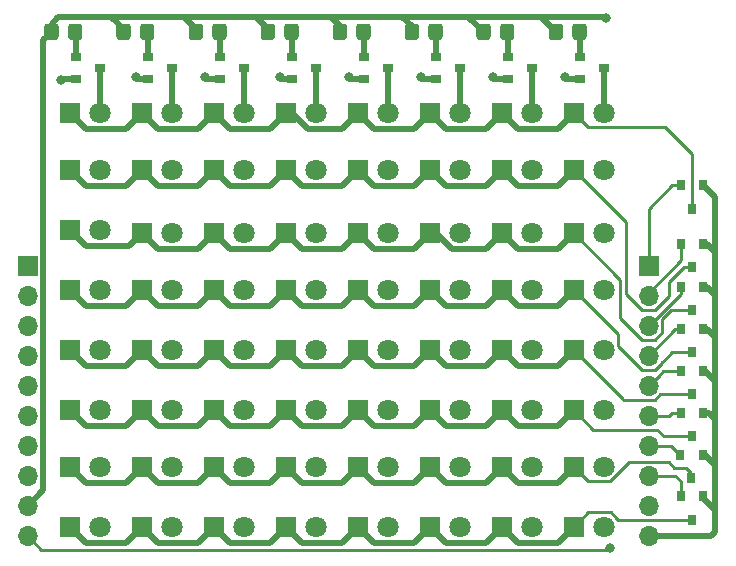
<source format=gbr>
%TF.GenerationSoftware,KiCad,Pcbnew,(5.1.8)-1*%
%TF.CreationDate,2021-12-10T09:09:34+01:00*%
%TF.ProjectId,FirePlaceLedmatrix,46697265-506c-4616-9365-4c65646d6174,rev?*%
%TF.SameCoordinates,Original*%
%TF.FileFunction,Copper,L2,Bot*%
%TF.FilePolarity,Positive*%
%FSLAX46Y46*%
G04 Gerber Fmt 4.6, Leading zero omitted, Abs format (unit mm)*
G04 Created by KiCad (PCBNEW (5.1.8)-1) date 2021-12-10 09:09:34*
%MOMM*%
%LPD*%
G01*
G04 APERTURE LIST*
%TA.AperFunction,SMDPad,CuDef*%
%ADD10R,0.800000X0.900000*%
%TD*%
%TA.AperFunction,SMDPad,CuDef*%
%ADD11R,0.900000X0.800000*%
%TD*%
%TA.AperFunction,ComponentPad*%
%ADD12O,1.700000X1.700000*%
%TD*%
%TA.AperFunction,ComponentPad*%
%ADD13R,1.700000X1.700000*%
%TD*%
%TA.AperFunction,ComponentPad*%
%ADD14C,1.800000*%
%TD*%
%TA.AperFunction,ComponentPad*%
%ADD15R,1.800000X1.800000*%
%TD*%
%TA.AperFunction,ViaPad*%
%ADD16C,0.800000*%
%TD*%
%TA.AperFunction,Conductor*%
%ADD17C,0.500000*%
%TD*%
%TA.AperFunction,Conductor*%
%ADD18C,0.250000*%
%TD*%
G04 APERTURE END LIST*
D10*
%TO.P,Q8,1*%
%TO.N,Net-(D57-Pad1)*%
X90017600Y-88569800D03*
%TO.P,Q8,3*%
%TO.N,GND*%
X90967600Y-86569800D03*
%TO.P,Q8,2*%
%TO.N,R7*%
X89067600Y-86569800D03*
%TD*%
%TO.P,Q7,1*%
%TO.N,Net-(D49-Pad1)*%
X89992200Y-85039200D03*
%TO.P,Q7,3*%
%TO.N,GND*%
X90942200Y-83039200D03*
%TO.P,Q7,2*%
%TO.N,R6*%
X89042200Y-83039200D03*
%TD*%
%TO.P,Q6,1*%
%TO.N,Net-(D41-Pad1)*%
X90017600Y-81508600D03*
%TO.P,Q6,3*%
%TO.N,GND*%
X90967600Y-79508600D03*
%TO.P,Q6,2*%
%TO.N,R5*%
X89067600Y-79508600D03*
%TD*%
%TO.P,Q5,1*%
%TO.N,Net-(D33-Pad1)*%
X90017600Y-77952600D03*
%TO.P,Q5,3*%
%TO.N,GND*%
X90967600Y-75952600D03*
%TO.P,Q5,2*%
%TO.N,R4*%
X89067600Y-75952600D03*
%TD*%
%TO.P,Q4,1*%
%TO.N,Net-(D25-Pad1)*%
X90017600Y-74396600D03*
%TO.P,Q4,3*%
%TO.N,GND*%
X90967600Y-72396600D03*
%TO.P,Q4,2*%
%TO.N,R3*%
X89067600Y-72396600D03*
%TD*%
%TO.P,Q3,1*%
%TO.N,Net-(D17-Pad1)*%
X90043000Y-70840600D03*
%TO.P,Q3,3*%
%TO.N,GND*%
X90993000Y-68840600D03*
%TO.P,Q3,2*%
%TO.N,R2*%
X89093000Y-68840600D03*
%TD*%
%TO.P,Q2,1*%
%TO.N,Net-(D10-Pad1)*%
X90043000Y-67183000D03*
%TO.P,Q2,3*%
%TO.N,GND*%
X90993000Y-65183000D03*
%TO.P,Q2,2*%
%TO.N,R1*%
X89093000Y-65183000D03*
%TD*%
%TO.P,Q1,1*%
%TO.N,Net-(D1-Pad1)*%
X90017600Y-62230000D03*
%TO.P,Q1,3*%
%TO.N,GND*%
X90967600Y-60230000D03*
%TO.P,Q1,2*%
%TO.N,R0*%
X89067600Y-60230000D03*
%TD*%
D11*
%TO.P,T8,3*%
%TO.N,Net-(D16-Pad2)*%
X82550000Y-50292000D03*
%TO.P,T8,2*%
%TO.N,Net-(R8-Pad2)*%
X80550000Y-49342000D03*
%TO.P,T8,1*%
%TO.N,C7*%
X80550000Y-51242000D03*
%TD*%
%TO.P,T7,3*%
%TO.N,Net-(D15-Pad2)*%
X76454000Y-50292000D03*
%TO.P,T7,2*%
%TO.N,Net-(R7-Pad2)*%
X74454000Y-49342000D03*
%TO.P,T7,1*%
%TO.N,C6*%
X74454000Y-51242000D03*
%TD*%
%TO.P,T6,3*%
%TO.N,Net-(D14-Pad2)*%
X70358000Y-50292000D03*
%TO.P,T6,2*%
%TO.N,Net-(R6-Pad2)*%
X68358000Y-49342000D03*
%TO.P,T6,1*%
%TO.N,C5*%
X68358000Y-51242000D03*
%TD*%
%TO.P,T5,3*%
%TO.N,Net-(D13-Pad2)*%
X64262000Y-50292000D03*
%TO.P,T5,2*%
%TO.N,Net-(R5-Pad2)*%
X62262000Y-49342000D03*
%TO.P,T5,1*%
%TO.N,C4*%
X62262000Y-51242000D03*
%TD*%
%TO.P,T4,3*%
%TO.N,Net-(D12-Pad2)*%
X58166000Y-50292000D03*
%TO.P,T4,2*%
%TO.N,Net-(R4-Pad2)*%
X56166000Y-49342000D03*
%TO.P,T4,1*%
%TO.N,C3*%
X56166000Y-51242000D03*
%TD*%
%TO.P,T3,3*%
%TO.N,Net-(D11-Pad2)*%
X52070000Y-50292000D03*
%TO.P,T3,2*%
%TO.N,Net-(R3-Pad2)*%
X50070000Y-49342000D03*
%TO.P,T3,1*%
%TO.N,C2*%
X50070000Y-51242000D03*
%TD*%
%TO.P,T2,3*%
%TO.N,Net-(D10-Pad2)*%
X45974000Y-50292000D03*
%TO.P,T2,2*%
%TO.N,Net-(R2-Pad2)*%
X43974000Y-49342000D03*
%TO.P,T2,1*%
%TO.N,C1*%
X43974000Y-51242000D03*
%TD*%
%TO.P,T1,3*%
%TO.N,Net-(D1-Pad2)*%
X39878000Y-50292000D03*
%TO.P,T1,2*%
%TO.N,Net-(R1-Pad2)*%
X37878000Y-49342000D03*
%TO.P,T1,1*%
%TO.N,C0*%
X37878000Y-51242000D03*
%TD*%
%TO.P,R8,2*%
%TO.N,Net-(R8-Pad2)*%
%TA.AperFunction,SMDPad,CuDef*%
G36*
G01*
X79918000Y-47694001D02*
X79918000Y-46793999D01*
G75*
G02*
X80167999Y-46544000I249999J0D01*
G01*
X80868001Y-46544000D01*
G75*
G02*
X81118000Y-46793999I0J-249999D01*
G01*
X81118000Y-47694001D01*
G75*
G02*
X80868001Y-47944000I-249999J0D01*
G01*
X80167999Y-47944000D01*
G75*
G02*
X79918000Y-47694001I0J249999D01*
G01*
G37*
%TD.AperFunction*%
%TO.P,R8,1*%
%TO.N,5V_In*%
%TA.AperFunction,SMDPad,CuDef*%
G36*
G01*
X77918000Y-47694001D02*
X77918000Y-46793999D01*
G75*
G02*
X78167999Y-46544000I249999J0D01*
G01*
X78868001Y-46544000D01*
G75*
G02*
X79118000Y-46793999I0J-249999D01*
G01*
X79118000Y-47694001D01*
G75*
G02*
X78868001Y-47944000I-249999J0D01*
G01*
X78167999Y-47944000D01*
G75*
G02*
X77918000Y-47694001I0J249999D01*
G01*
G37*
%TD.AperFunction*%
%TD*%
%TO.P,R7,2*%
%TO.N,Net-(R7-Pad2)*%
%TA.AperFunction,SMDPad,CuDef*%
G36*
G01*
X73790000Y-47694001D02*
X73790000Y-46793999D01*
G75*
G02*
X74039999Y-46544000I249999J0D01*
G01*
X74740001Y-46544000D01*
G75*
G02*
X74990000Y-46793999I0J-249999D01*
G01*
X74990000Y-47694001D01*
G75*
G02*
X74740001Y-47944000I-249999J0D01*
G01*
X74039999Y-47944000D01*
G75*
G02*
X73790000Y-47694001I0J249999D01*
G01*
G37*
%TD.AperFunction*%
%TO.P,R7,1*%
%TO.N,5V_In*%
%TA.AperFunction,SMDPad,CuDef*%
G36*
G01*
X71790000Y-47694001D02*
X71790000Y-46793999D01*
G75*
G02*
X72039999Y-46544000I249999J0D01*
G01*
X72740001Y-46544000D01*
G75*
G02*
X72990000Y-46793999I0J-249999D01*
G01*
X72990000Y-47694001D01*
G75*
G02*
X72740001Y-47944000I-249999J0D01*
G01*
X72039999Y-47944000D01*
G75*
G02*
X71790000Y-47694001I0J249999D01*
G01*
G37*
%TD.AperFunction*%
%TD*%
%TO.P,R6,2*%
%TO.N,Net-(R6-Pad2)*%
%TA.AperFunction,SMDPad,CuDef*%
G36*
G01*
X67726000Y-47694001D02*
X67726000Y-46793999D01*
G75*
G02*
X67975999Y-46544000I249999J0D01*
G01*
X68676001Y-46544000D01*
G75*
G02*
X68926000Y-46793999I0J-249999D01*
G01*
X68926000Y-47694001D01*
G75*
G02*
X68676001Y-47944000I-249999J0D01*
G01*
X67975999Y-47944000D01*
G75*
G02*
X67726000Y-47694001I0J249999D01*
G01*
G37*
%TD.AperFunction*%
%TO.P,R6,1*%
%TO.N,5V_In*%
%TA.AperFunction,SMDPad,CuDef*%
G36*
G01*
X65726000Y-47694001D02*
X65726000Y-46793999D01*
G75*
G02*
X65975999Y-46544000I249999J0D01*
G01*
X66676001Y-46544000D01*
G75*
G02*
X66926000Y-46793999I0J-249999D01*
G01*
X66926000Y-47694001D01*
G75*
G02*
X66676001Y-47944000I-249999J0D01*
G01*
X65975999Y-47944000D01*
G75*
G02*
X65726000Y-47694001I0J249999D01*
G01*
G37*
%TD.AperFunction*%
%TD*%
%TO.P,R5,2*%
%TO.N,Net-(R5-Pad2)*%
%TA.AperFunction,SMDPad,CuDef*%
G36*
G01*
X61630000Y-47694001D02*
X61630000Y-46793999D01*
G75*
G02*
X61879999Y-46544000I249999J0D01*
G01*
X62580001Y-46544000D01*
G75*
G02*
X62830000Y-46793999I0J-249999D01*
G01*
X62830000Y-47694001D01*
G75*
G02*
X62580001Y-47944000I-249999J0D01*
G01*
X61879999Y-47944000D01*
G75*
G02*
X61630000Y-47694001I0J249999D01*
G01*
G37*
%TD.AperFunction*%
%TO.P,R5,1*%
%TO.N,5V_In*%
%TA.AperFunction,SMDPad,CuDef*%
G36*
G01*
X59630000Y-47694001D02*
X59630000Y-46793999D01*
G75*
G02*
X59879999Y-46544000I249999J0D01*
G01*
X60580001Y-46544000D01*
G75*
G02*
X60830000Y-46793999I0J-249999D01*
G01*
X60830000Y-47694001D01*
G75*
G02*
X60580001Y-47944000I-249999J0D01*
G01*
X59879999Y-47944000D01*
G75*
G02*
X59630000Y-47694001I0J249999D01*
G01*
G37*
%TD.AperFunction*%
%TD*%
%TO.P,R4,2*%
%TO.N,Net-(R4-Pad2)*%
%TA.AperFunction,SMDPad,CuDef*%
G36*
G01*
X55534000Y-47694001D02*
X55534000Y-46793999D01*
G75*
G02*
X55783999Y-46544000I249999J0D01*
G01*
X56484001Y-46544000D01*
G75*
G02*
X56734000Y-46793999I0J-249999D01*
G01*
X56734000Y-47694001D01*
G75*
G02*
X56484001Y-47944000I-249999J0D01*
G01*
X55783999Y-47944000D01*
G75*
G02*
X55534000Y-47694001I0J249999D01*
G01*
G37*
%TD.AperFunction*%
%TO.P,R4,1*%
%TO.N,5V_In*%
%TA.AperFunction,SMDPad,CuDef*%
G36*
G01*
X53534000Y-47694001D02*
X53534000Y-46793999D01*
G75*
G02*
X53783999Y-46544000I249999J0D01*
G01*
X54484001Y-46544000D01*
G75*
G02*
X54734000Y-46793999I0J-249999D01*
G01*
X54734000Y-47694001D01*
G75*
G02*
X54484001Y-47944000I-249999J0D01*
G01*
X53783999Y-47944000D01*
G75*
G02*
X53534000Y-47694001I0J249999D01*
G01*
G37*
%TD.AperFunction*%
%TD*%
%TO.P,R3,2*%
%TO.N,Net-(R3-Pad2)*%
%TA.AperFunction,SMDPad,CuDef*%
G36*
G01*
X49438000Y-47694001D02*
X49438000Y-46793999D01*
G75*
G02*
X49687999Y-46544000I249999J0D01*
G01*
X50388001Y-46544000D01*
G75*
G02*
X50638000Y-46793999I0J-249999D01*
G01*
X50638000Y-47694001D01*
G75*
G02*
X50388001Y-47944000I-249999J0D01*
G01*
X49687999Y-47944000D01*
G75*
G02*
X49438000Y-47694001I0J249999D01*
G01*
G37*
%TD.AperFunction*%
%TO.P,R3,1*%
%TO.N,5V_In*%
%TA.AperFunction,SMDPad,CuDef*%
G36*
G01*
X47438000Y-47694001D02*
X47438000Y-46793999D01*
G75*
G02*
X47687999Y-46544000I249999J0D01*
G01*
X48388001Y-46544000D01*
G75*
G02*
X48638000Y-46793999I0J-249999D01*
G01*
X48638000Y-47694001D01*
G75*
G02*
X48388001Y-47944000I-249999J0D01*
G01*
X47687999Y-47944000D01*
G75*
G02*
X47438000Y-47694001I0J249999D01*
G01*
G37*
%TD.AperFunction*%
%TD*%
%TO.P,R2,2*%
%TO.N,Net-(R2-Pad2)*%
%TA.AperFunction,SMDPad,CuDef*%
G36*
G01*
X43310000Y-47694001D02*
X43310000Y-46793999D01*
G75*
G02*
X43559999Y-46544000I249999J0D01*
G01*
X44260001Y-46544000D01*
G75*
G02*
X44510000Y-46793999I0J-249999D01*
G01*
X44510000Y-47694001D01*
G75*
G02*
X44260001Y-47944000I-249999J0D01*
G01*
X43559999Y-47944000D01*
G75*
G02*
X43310000Y-47694001I0J249999D01*
G01*
G37*
%TD.AperFunction*%
%TO.P,R2,1*%
%TO.N,5V_In*%
%TA.AperFunction,SMDPad,CuDef*%
G36*
G01*
X41310000Y-47694001D02*
X41310000Y-46793999D01*
G75*
G02*
X41559999Y-46544000I249999J0D01*
G01*
X42260001Y-46544000D01*
G75*
G02*
X42510000Y-46793999I0J-249999D01*
G01*
X42510000Y-47694001D01*
G75*
G02*
X42260001Y-47944000I-249999J0D01*
G01*
X41559999Y-47944000D01*
G75*
G02*
X41310000Y-47694001I0J249999D01*
G01*
G37*
%TD.AperFunction*%
%TD*%
%TO.P,R1,2*%
%TO.N,Net-(R1-Pad2)*%
%TA.AperFunction,SMDPad,CuDef*%
G36*
G01*
X37214000Y-47694001D02*
X37214000Y-46793999D01*
G75*
G02*
X37463999Y-46544000I249999J0D01*
G01*
X38164001Y-46544000D01*
G75*
G02*
X38414000Y-46793999I0J-249999D01*
G01*
X38414000Y-47694001D01*
G75*
G02*
X38164001Y-47944000I-249999J0D01*
G01*
X37463999Y-47944000D01*
G75*
G02*
X37214000Y-47694001I0J249999D01*
G01*
G37*
%TD.AperFunction*%
%TO.P,R1,1*%
%TO.N,5V_In*%
%TA.AperFunction,SMDPad,CuDef*%
G36*
G01*
X35214000Y-47694001D02*
X35214000Y-46793999D01*
G75*
G02*
X35463999Y-46544000I249999J0D01*
G01*
X36164001Y-46544000D01*
G75*
G02*
X36414000Y-46793999I0J-249999D01*
G01*
X36414000Y-47694001D01*
G75*
G02*
X36164001Y-47944000I-249999J0D01*
G01*
X35463999Y-47944000D01*
G75*
G02*
X35214000Y-47694001I0J249999D01*
G01*
G37*
%TD.AperFunction*%
%TD*%
D12*
%TO.P,J3,10*%
%TO.N,GND*%
X86360000Y-89916000D03*
%TO.P,J3,9*%
%TO.N,5V_In*%
X86360000Y-87376000D03*
%TO.P,J3,8*%
%TO.N,R7*%
X86360000Y-84836000D03*
%TO.P,J3,7*%
%TO.N,R6*%
X86360000Y-82296000D03*
%TO.P,J3,6*%
%TO.N,R5*%
X86360000Y-79756000D03*
%TO.P,J3,5*%
%TO.N,R4*%
X86360000Y-77216000D03*
%TO.P,J3,4*%
%TO.N,R3*%
X86360000Y-74676000D03*
%TO.P,J3,3*%
%TO.N,R2*%
X86360000Y-72136000D03*
%TO.P,J3,2*%
%TO.N,R1*%
X86360000Y-69596000D03*
D13*
%TO.P,J3,1*%
%TO.N,R0*%
X86360000Y-67056000D03*
%TD*%
D12*
%TO.P,J2,10*%
%TO.N,GND*%
X33782000Y-89916000D03*
%TO.P,J2,9*%
%TO.N,5V_In*%
X33782000Y-87376000D03*
%TO.P,J2,8*%
%TO.N,C7*%
X33782000Y-84836000D03*
%TO.P,J2,7*%
%TO.N,C6*%
X33782000Y-82296000D03*
%TO.P,J2,6*%
%TO.N,C5*%
X33782000Y-79756000D03*
%TO.P,J2,5*%
%TO.N,C4*%
X33782000Y-77216000D03*
%TO.P,J2,4*%
%TO.N,C3*%
X33782000Y-74676000D03*
%TO.P,J2,3*%
%TO.N,C2*%
X33782000Y-72136000D03*
%TO.P,J2,2*%
%TO.N,C1*%
X33782000Y-69596000D03*
D13*
%TO.P,J2,1*%
%TO.N,C0*%
X33782000Y-67056000D03*
%TD*%
D14*
%TO.P,D64,2*%
%TO.N,Net-(D16-Pad2)*%
X82550000Y-89154000D03*
D15*
%TO.P,D64,1*%
%TO.N,Net-(D57-Pad1)*%
X80010000Y-89154000D03*
%TD*%
D14*
%TO.P,D63,2*%
%TO.N,Net-(D15-Pad2)*%
X76454000Y-89154000D03*
D15*
%TO.P,D63,1*%
%TO.N,Net-(D57-Pad1)*%
X73914000Y-89154000D03*
%TD*%
D14*
%TO.P,D62,2*%
%TO.N,Net-(D14-Pad2)*%
X70358000Y-89154000D03*
D15*
%TO.P,D62,1*%
%TO.N,Net-(D57-Pad1)*%
X67818000Y-89154000D03*
%TD*%
D14*
%TO.P,D61,2*%
%TO.N,Net-(D13-Pad2)*%
X64262000Y-89154000D03*
D15*
%TO.P,D61,1*%
%TO.N,Net-(D57-Pad1)*%
X61722000Y-89154000D03*
%TD*%
D14*
%TO.P,D60,2*%
%TO.N,Net-(D12-Pad2)*%
X58166000Y-89154000D03*
D15*
%TO.P,D60,1*%
%TO.N,Net-(D57-Pad1)*%
X55626000Y-89154000D03*
%TD*%
D14*
%TO.P,D59,2*%
%TO.N,Net-(D11-Pad2)*%
X52070000Y-89154000D03*
D15*
%TO.P,D59,1*%
%TO.N,Net-(D57-Pad1)*%
X49530000Y-89154000D03*
%TD*%
D14*
%TO.P,D58,2*%
%TO.N,Net-(D10-Pad2)*%
X45974000Y-89154000D03*
D15*
%TO.P,D58,1*%
%TO.N,Net-(D57-Pad1)*%
X43434000Y-89154000D03*
%TD*%
D14*
%TO.P,D57,2*%
%TO.N,Net-(D1-Pad2)*%
X39878000Y-89154000D03*
D15*
%TO.P,D57,1*%
%TO.N,Net-(D57-Pad1)*%
X37338000Y-89154000D03*
%TD*%
D14*
%TO.P,D56,2*%
%TO.N,Net-(D16-Pad2)*%
X82550000Y-84074000D03*
D15*
%TO.P,D56,1*%
%TO.N,Net-(D49-Pad1)*%
X80010000Y-84074000D03*
%TD*%
D14*
%TO.P,D55,2*%
%TO.N,Net-(D15-Pad2)*%
X76454000Y-84074000D03*
D15*
%TO.P,D55,1*%
%TO.N,Net-(D49-Pad1)*%
X73914000Y-84074000D03*
%TD*%
D14*
%TO.P,D54,2*%
%TO.N,Net-(D14-Pad2)*%
X70358000Y-84074000D03*
D15*
%TO.P,D54,1*%
%TO.N,Net-(D49-Pad1)*%
X67818000Y-84074000D03*
%TD*%
D14*
%TO.P,D53,2*%
%TO.N,Net-(D13-Pad2)*%
X64262000Y-84074000D03*
D15*
%TO.P,D53,1*%
%TO.N,Net-(D49-Pad1)*%
X61722000Y-84074000D03*
%TD*%
D14*
%TO.P,D52,2*%
%TO.N,Net-(D12-Pad2)*%
X58166000Y-84074000D03*
D15*
%TO.P,D52,1*%
%TO.N,Net-(D49-Pad1)*%
X55626000Y-84074000D03*
%TD*%
D14*
%TO.P,D51,2*%
%TO.N,Net-(D11-Pad2)*%
X52070000Y-84074000D03*
D15*
%TO.P,D51,1*%
%TO.N,Net-(D49-Pad1)*%
X49530000Y-84074000D03*
%TD*%
D14*
%TO.P,D50,2*%
%TO.N,Net-(D10-Pad2)*%
X45974000Y-84074000D03*
D15*
%TO.P,D50,1*%
%TO.N,Net-(D49-Pad1)*%
X43434000Y-84074000D03*
%TD*%
D14*
%TO.P,D49,2*%
%TO.N,Net-(D1-Pad2)*%
X39878000Y-84074000D03*
D15*
%TO.P,D49,1*%
%TO.N,Net-(D49-Pad1)*%
X37338000Y-84074000D03*
%TD*%
D14*
%TO.P,D48,2*%
%TO.N,Net-(D16-Pad2)*%
X82550000Y-79248000D03*
D15*
%TO.P,D48,1*%
%TO.N,Net-(D41-Pad1)*%
X80010000Y-79248000D03*
%TD*%
D14*
%TO.P,D47,2*%
%TO.N,Net-(D15-Pad2)*%
X76454000Y-79248000D03*
D15*
%TO.P,D47,1*%
%TO.N,Net-(D41-Pad1)*%
X73914000Y-79248000D03*
%TD*%
D14*
%TO.P,D46,2*%
%TO.N,Net-(D14-Pad2)*%
X70358000Y-79248000D03*
D15*
%TO.P,D46,1*%
%TO.N,Net-(D41-Pad1)*%
X67818000Y-79248000D03*
%TD*%
D14*
%TO.P,D45,2*%
%TO.N,Net-(D13-Pad2)*%
X64262000Y-79248000D03*
D15*
%TO.P,D45,1*%
%TO.N,Net-(D41-Pad1)*%
X61722000Y-79248000D03*
%TD*%
D14*
%TO.P,D44,2*%
%TO.N,Net-(D12-Pad2)*%
X58166000Y-79248000D03*
D15*
%TO.P,D44,1*%
%TO.N,Net-(D41-Pad1)*%
X55626000Y-79248000D03*
%TD*%
D14*
%TO.P,D43,2*%
%TO.N,Net-(D11-Pad2)*%
X52070000Y-79248000D03*
D15*
%TO.P,D43,1*%
%TO.N,Net-(D41-Pad1)*%
X49530000Y-79248000D03*
%TD*%
D14*
%TO.P,D42,2*%
%TO.N,Net-(D10-Pad2)*%
X45974000Y-79248000D03*
D15*
%TO.P,D42,1*%
%TO.N,Net-(D41-Pad1)*%
X43434000Y-79248000D03*
%TD*%
D14*
%TO.P,D41,2*%
%TO.N,Net-(D1-Pad2)*%
X39878000Y-79248000D03*
D15*
%TO.P,D41,1*%
%TO.N,Net-(D41-Pad1)*%
X37338000Y-79248000D03*
%TD*%
D14*
%TO.P,D40,2*%
%TO.N,Net-(D16-Pad2)*%
X82550000Y-74168000D03*
D15*
%TO.P,D40,1*%
%TO.N,Net-(D33-Pad1)*%
X80010000Y-74168000D03*
%TD*%
D14*
%TO.P,D39,2*%
%TO.N,Net-(D15-Pad2)*%
X76454000Y-74168000D03*
D15*
%TO.P,D39,1*%
%TO.N,Net-(D33-Pad1)*%
X73914000Y-74168000D03*
%TD*%
D14*
%TO.P,D38,2*%
%TO.N,Net-(D14-Pad2)*%
X70358000Y-74168000D03*
D15*
%TO.P,D38,1*%
%TO.N,Net-(D33-Pad1)*%
X67818000Y-74168000D03*
%TD*%
D14*
%TO.P,D37,2*%
%TO.N,Net-(D13-Pad2)*%
X64262000Y-74168000D03*
D15*
%TO.P,D37,1*%
%TO.N,Net-(D33-Pad1)*%
X61722000Y-74168000D03*
%TD*%
D14*
%TO.P,D36,2*%
%TO.N,Net-(D12-Pad2)*%
X58166000Y-74168000D03*
D15*
%TO.P,D36,1*%
%TO.N,Net-(D33-Pad1)*%
X55626000Y-74168000D03*
%TD*%
D14*
%TO.P,D35,2*%
%TO.N,Net-(D11-Pad2)*%
X52070000Y-74168000D03*
D15*
%TO.P,D35,1*%
%TO.N,Net-(D33-Pad1)*%
X49530000Y-74168000D03*
%TD*%
D14*
%TO.P,D34,2*%
%TO.N,Net-(D10-Pad2)*%
X45974000Y-74168000D03*
D15*
%TO.P,D34,1*%
%TO.N,Net-(D33-Pad1)*%
X43434000Y-74168000D03*
%TD*%
D14*
%TO.P,D33,2*%
%TO.N,Net-(D1-Pad2)*%
X39878000Y-74168000D03*
D15*
%TO.P,D33,1*%
%TO.N,Net-(D33-Pad1)*%
X37338000Y-74168000D03*
%TD*%
D14*
%TO.P,D32,2*%
%TO.N,Net-(D16-Pad2)*%
X82550000Y-69088000D03*
D15*
%TO.P,D32,1*%
%TO.N,Net-(D25-Pad1)*%
X80010000Y-69088000D03*
%TD*%
D14*
%TO.P,D31,2*%
%TO.N,Net-(D15-Pad2)*%
X76454000Y-69088000D03*
D15*
%TO.P,D31,1*%
%TO.N,Net-(D25-Pad1)*%
X73914000Y-69088000D03*
%TD*%
D14*
%TO.P,D30,2*%
%TO.N,Net-(D14-Pad2)*%
X70358000Y-69088000D03*
D15*
%TO.P,D30,1*%
%TO.N,Net-(D25-Pad1)*%
X67818000Y-69088000D03*
%TD*%
D14*
%TO.P,D29,2*%
%TO.N,Net-(D13-Pad2)*%
X64262000Y-69088000D03*
D15*
%TO.P,D29,1*%
%TO.N,Net-(D25-Pad1)*%
X61722000Y-69088000D03*
%TD*%
D14*
%TO.P,D28,2*%
%TO.N,Net-(D12-Pad2)*%
X58166000Y-69088000D03*
D15*
%TO.P,D28,1*%
%TO.N,Net-(D25-Pad1)*%
X55626000Y-69088000D03*
%TD*%
D14*
%TO.P,D27,2*%
%TO.N,Net-(D11-Pad2)*%
X52070000Y-69088000D03*
D15*
%TO.P,D27,1*%
%TO.N,Net-(D25-Pad1)*%
X49530000Y-69088000D03*
%TD*%
D14*
%TO.P,D26,2*%
%TO.N,Net-(D10-Pad2)*%
X45974000Y-69088000D03*
D15*
%TO.P,D26,1*%
%TO.N,Net-(D25-Pad1)*%
X43434000Y-69088000D03*
%TD*%
D14*
%TO.P,D25,2*%
%TO.N,Net-(D1-Pad2)*%
X39878000Y-69088000D03*
D15*
%TO.P,D25,1*%
%TO.N,Net-(D25-Pad1)*%
X37338000Y-69088000D03*
%TD*%
D14*
%TO.P,D24,2*%
%TO.N,Net-(D16-Pad2)*%
X82550000Y-64262000D03*
D15*
%TO.P,D24,1*%
%TO.N,Net-(D17-Pad1)*%
X80010000Y-64262000D03*
%TD*%
D14*
%TO.P,D23,2*%
%TO.N,Net-(D15-Pad2)*%
X76454000Y-64262000D03*
D15*
%TO.P,D23,1*%
%TO.N,Net-(D17-Pad1)*%
X73914000Y-64262000D03*
%TD*%
D14*
%TO.P,D22,2*%
%TO.N,Net-(D14-Pad2)*%
X70358000Y-64262000D03*
D15*
%TO.P,D22,1*%
%TO.N,Net-(D17-Pad1)*%
X67818000Y-64262000D03*
%TD*%
D14*
%TO.P,D21,2*%
%TO.N,Net-(D13-Pad2)*%
X64262000Y-64262000D03*
D15*
%TO.P,D21,1*%
%TO.N,Net-(D17-Pad1)*%
X61722000Y-64262000D03*
%TD*%
D14*
%TO.P,D20,2*%
%TO.N,Net-(D12-Pad2)*%
X58166000Y-64262000D03*
D15*
%TO.P,D20,1*%
%TO.N,Net-(D17-Pad1)*%
X55626000Y-64262000D03*
%TD*%
D14*
%TO.P,D19,2*%
%TO.N,Net-(D11-Pad2)*%
X52070000Y-64262000D03*
D15*
%TO.P,D19,1*%
%TO.N,Net-(D17-Pad1)*%
X49530000Y-64262000D03*
%TD*%
D14*
%TO.P,D18,2*%
%TO.N,Net-(D10-Pad2)*%
X45974000Y-64262000D03*
D15*
%TO.P,D18,1*%
%TO.N,Net-(D17-Pad1)*%
X43434000Y-64262000D03*
%TD*%
D14*
%TO.P,D17,2*%
%TO.N,Net-(D1-Pad2)*%
X39878000Y-64008000D03*
D15*
%TO.P,D17,1*%
%TO.N,Net-(D17-Pad1)*%
X37338000Y-64008000D03*
%TD*%
D14*
%TO.P,D16,2*%
%TO.N,Net-(D16-Pad2)*%
X82550000Y-58928000D03*
D15*
%TO.P,D16,1*%
%TO.N,Net-(D10-Pad1)*%
X80010000Y-58928000D03*
%TD*%
D14*
%TO.P,D15,2*%
%TO.N,Net-(D15-Pad2)*%
X76454000Y-58928000D03*
D15*
%TO.P,D15,1*%
%TO.N,Net-(D10-Pad1)*%
X73914000Y-58928000D03*
%TD*%
D14*
%TO.P,D14,2*%
%TO.N,Net-(D14-Pad2)*%
X70358000Y-58928000D03*
D15*
%TO.P,D14,1*%
%TO.N,Net-(D10-Pad1)*%
X67818000Y-58928000D03*
%TD*%
D14*
%TO.P,D13,2*%
%TO.N,Net-(D13-Pad2)*%
X64262000Y-58928000D03*
D15*
%TO.P,D13,1*%
%TO.N,Net-(D10-Pad1)*%
X61722000Y-58928000D03*
%TD*%
D14*
%TO.P,D12,2*%
%TO.N,Net-(D12-Pad2)*%
X58166000Y-58928000D03*
D15*
%TO.P,D12,1*%
%TO.N,Net-(D10-Pad1)*%
X55626000Y-58928000D03*
%TD*%
D14*
%TO.P,D11,2*%
%TO.N,Net-(D11-Pad2)*%
X52070000Y-58928000D03*
D15*
%TO.P,D11,1*%
%TO.N,Net-(D10-Pad1)*%
X49530000Y-58928000D03*
%TD*%
D14*
%TO.P,D10,2*%
%TO.N,Net-(D10-Pad2)*%
X45974000Y-58928000D03*
D15*
%TO.P,D10,1*%
%TO.N,Net-(D10-Pad1)*%
X43434000Y-58928000D03*
%TD*%
D14*
%TO.P,D9,2*%
%TO.N,Net-(D1-Pad2)*%
X39878000Y-58928000D03*
D15*
%TO.P,D9,1*%
%TO.N,Net-(D10-Pad1)*%
X37338000Y-58928000D03*
%TD*%
D14*
%TO.P,D8,2*%
%TO.N,Net-(D16-Pad2)*%
X82550000Y-54102000D03*
D15*
%TO.P,D8,1*%
%TO.N,Net-(D1-Pad1)*%
X80010000Y-54102000D03*
%TD*%
D14*
%TO.P,D7,2*%
%TO.N,Net-(D15-Pad2)*%
X76454000Y-54102000D03*
D15*
%TO.P,D7,1*%
%TO.N,Net-(D1-Pad1)*%
X73914000Y-54102000D03*
%TD*%
D14*
%TO.P,D6,2*%
%TO.N,Net-(D14-Pad2)*%
X70358000Y-54102000D03*
D15*
%TO.P,D6,1*%
%TO.N,Net-(D1-Pad1)*%
X67818000Y-54102000D03*
%TD*%
D14*
%TO.P,D5,2*%
%TO.N,Net-(D13-Pad2)*%
X64262000Y-54102000D03*
D15*
%TO.P,D5,1*%
%TO.N,Net-(D1-Pad1)*%
X61722000Y-54102000D03*
%TD*%
D14*
%TO.P,D4,2*%
%TO.N,Net-(D12-Pad2)*%
X58166000Y-54102000D03*
D15*
%TO.P,D4,1*%
%TO.N,Net-(D1-Pad1)*%
X55626000Y-54102000D03*
%TD*%
D14*
%TO.P,D3,2*%
%TO.N,Net-(D11-Pad2)*%
X52070000Y-54102000D03*
D15*
%TO.P,D3,1*%
%TO.N,Net-(D1-Pad1)*%
X49530000Y-54102000D03*
%TD*%
D14*
%TO.P,D2,2*%
%TO.N,Net-(D10-Pad2)*%
X45974000Y-54102000D03*
D15*
%TO.P,D2,1*%
%TO.N,Net-(D1-Pad1)*%
X43434000Y-54102000D03*
%TD*%
D14*
%TO.P,D1,2*%
%TO.N,Net-(D1-Pad2)*%
X39878000Y-54102000D03*
D15*
%TO.P,D1,1*%
%TO.N,Net-(D1-Pad1)*%
X37338000Y-54102000D03*
%TD*%
D16*
%TO.N,GND*%
X83058000Y-90932000D03*
%TO.N,5V_In*%
X82796010Y-46116000D03*
%TO.N,C7*%
X79248000Y-51054000D03*
%TO.N,C6*%
X73152000Y-51054000D03*
%TO.N,C5*%
X67056000Y-51054000D03*
%TO.N,C4*%
X60960000Y-51054000D03*
%TO.N,C3*%
X55118000Y-51054000D03*
%TO.N,C2*%
X48768000Y-51054000D03*
%TO.N,C1*%
X42926000Y-51054000D03*
%TO.N,C0*%
X36576000Y-51308000D03*
%TD*%
D17*
%TO.N,Net-(D1-Pad2)*%
X39878000Y-50292000D02*
X39878000Y-54102000D01*
%TO.N,Net-(D1-Pad1)*%
X42083999Y-55452001D02*
X43434000Y-54102000D01*
X38688001Y-55452001D02*
X42083999Y-55452001D01*
X37338000Y-54102000D02*
X38688001Y-55452001D01*
X48179999Y-55452001D02*
X49530000Y-54102000D01*
X44784001Y-55452001D02*
X48179999Y-55452001D01*
X43434000Y-54102000D02*
X44784001Y-55452001D01*
X54275999Y-55452001D02*
X55626000Y-54102000D01*
X50880001Y-55452001D02*
X54275999Y-55452001D01*
X49530000Y-54102000D02*
X50880001Y-55452001D01*
X57517999Y-55452001D02*
X60371999Y-55452001D01*
X56167998Y-54102000D02*
X57517999Y-55452001D01*
X60371999Y-55452001D02*
X61722000Y-54102000D01*
X55626000Y-54102000D02*
X56167998Y-54102000D01*
X66467999Y-55452001D02*
X67818000Y-54102000D01*
X63072001Y-55452001D02*
X66467999Y-55452001D01*
X61722000Y-54102000D02*
X63072001Y-55452001D01*
X72563999Y-55452001D02*
X73914000Y-54102000D01*
X69168001Y-55452001D02*
X72563999Y-55452001D01*
X67818000Y-54102000D02*
X69168001Y-55452001D01*
X78659999Y-55452001D02*
X80010000Y-54102000D01*
X75264001Y-55452001D02*
X78659999Y-55452001D01*
X73914000Y-54102000D02*
X75264001Y-55452001D01*
D18*
X80010000Y-54102000D02*
X81235001Y-55327001D01*
X82276401Y-55327001D02*
X83192997Y-55327001D01*
X81235001Y-55327001D02*
X82276401Y-55327001D01*
X87788201Y-55327001D02*
X82276401Y-55327001D01*
X90017600Y-57556400D02*
X87788201Y-55327001D01*
X90017600Y-62230000D02*
X90017600Y-57556400D01*
D17*
%TO.N,Net-(D10-Pad2)*%
X45974000Y-50292000D02*
X45974000Y-54102000D01*
%TO.N,Net-(D11-Pad2)*%
X52070000Y-50292000D02*
X52070000Y-54102000D01*
%TO.N,Net-(D12-Pad2)*%
X58166000Y-50292000D02*
X58166000Y-54102000D01*
%TO.N,Net-(D13-Pad2)*%
X64262000Y-50292000D02*
X64262000Y-54102000D01*
%TO.N,Net-(D14-Pad2)*%
X70358000Y-50292000D02*
X70358000Y-54102000D01*
%TO.N,Net-(D15-Pad2)*%
X76454000Y-50292000D02*
X76454000Y-54102000D01*
%TO.N,Net-(D16-Pad2)*%
X82550000Y-50292000D02*
X82550000Y-54102000D01*
%TO.N,Net-(D10-Pad1)*%
X75264001Y-60278001D02*
X73914000Y-58928000D01*
X78659999Y-60278001D02*
X75264001Y-60278001D01*
X80010000Y-58928000D02*
X78659999Y-60278001D01*
X69168001Y-60278001D02*
X67818000Y-58928000D01*
X72563999Y-60278001D02*
X69168001Y-60278001D01*
X73914000Y-58928000D02*
X72563999Y-60278001D01*
X63072001Y-60278001D02*
X61722000Y-58928000D01*
X66467999Y-60278001D02*
X63072001Y-60278001D01*
X67818000Y-58928000D02*
X66467999Y-60278001D01*
X56976001Y-60278001D02*
X55626000Y-58928000D01*
X60371999Y-60278001D02*
X56976001Y-60278001D01*
X61722000Y-58928000D02*
X60371999Y-60278001D01*
X50880001Y-60278001D02*
X49530000Y-58928000D01*
X54275999Y-60278001D02*
X50880001Y-60278001D01*
X55626000Y-58928000D02*
X54275999Y-60278001D01*
X44784001Y-60278001D02*
X43434000Y-58928000D01*
X48179999Y-60278001D02*
X44784001Y-60278001D01*
X49530000Y-58928000D02*
X48179999Y-60278001D01*
X38688001Y-60278001D02*
X37338000Y-58928000D01*
X42083999Y-60278001D02*
X38688001Y-60278001D01*
X43434000Y-58928000D02*
X42083999Y-60278001D01*
D18*
X89357200Y-67183000D02*
X90043000Y-67183000D01*
X88112600Y-68427600D02*
X89357200Y-67183000D01*
X88112600Y-69582402D02*
X88112600Y-68427600D01*
X86924001Y-70771001D02*
X88112600Y-69582402D01*
X85795999Y-70771001D02*
X86924001Y-70771001D01*
X84429011Y-69404013D02*
X85795999Y-70771001D01*
X84429011Y-63347011D02*
X84429011Y-69404013D01*
X80010000Y-58928000D02*
X84429011Y-63347011D01*
D17*
%TO.N,Net-(D17-Pad1)*%
X42337999Y-65358001D02*
X43434000Y-64262000D01*
X38688001Y-65358001D02*
X42337999Y-65358001D01*
X37338000Y-64008000D02*
X38688001Y-65358001D01*
X48179999Y-65612001D02*
X49530000Y-64262000D01*
X44784001Y-65612001D02*
X48179999Y-65612001D01*
X43434000Y-64262000D02*
X44784001Y-65612001D01*
X54275999Y-65612001D02*
X55626000Y-64262000D01*
X50880001Y-65612001D02*
X54275999Y-65612001D01*
X49530000Y-64262000D02*
X50880001Y-65612001D01*
X60371999Y-65612001D02*
X61722000Y-64262000D01*
X56976001Y-65612001D02*
X60371999Y-65612001D01*
X55626000Y-64262000D02*
X56976001Y-65612001D01*
X63072001Y-65612001D02*
X66467999Y-65612001D01*
X66467999Y-65612001D02*
X67818000Y-64262000D01*
X61722000Y-64262000D02*
X63072001Y-65612001D01*
X72563999Y-65612001D02*
X73914000Y-64262000D01*
X69709999Y-65612001D02*
X72563999Y-65612001D01*
X68359998Y-64262000D02*
X69709999Y-65612001D01*
X67818000Y-64262000D02*
X68359998Y-64262000D01*
X78659999Y-65612001D02*
X80010000Y-64262000D01*
X75264001Y-65612001D02*
X78659999Y-65612001D01*
X73914000Y-64262000D02*
X75264001Y-65612001D01*
D18*
X83979001Y-71494003D02*
X85795999Y-73311001D01*
X83979001Y-68231001D02*
X83979001Y-71494003D01*
X80010000Y-64262000D02*
X83979001Y-68231001D01*
X86924001Y-73311001D02*
X85795999Y-73311001D01*
X87535001Y-72700001D02*
X87535001Y-71597409D01*
X86924001Y-73311001D02*
X87535001Y-72700001D01*
X88291810Y-70840600D02*
X87535001Y-71597409D01*
X90043000Y-70840600D02*
X88291810Y-70840600D01*
D17*
%TO.N,Net-(D25-Pad1)*%
X75264001Y-70438001D02*
X73914000Y-69088000D01*
X78659999Y-70438001D02*
X75264001Y-70438001D01*
X80010000Y-69088000D02*
X78659999Y-70438001D01*
X69168001Y-70438001D02*
X67818000Y-69088000D01*
X72563999Y-70438001D02*
X69168001Y-70438001D01*
X73914000Y-69088000D02*
X72563999Y-70438001D01*
X63072001Y-70438001D02*
X61722000Y-69088000D01*
X66467999Y-70438001D02*
X63072001Y-70438001D01*
X67818000Y-69088000D02*
X66467999Y-70438001D01*
X56976001Y-70438001D02*
X55626000Y-69088000D01*
X60371999Y-70438001D02*
X56976001Y-70438001D01*
X61722000Y-69088000D02*
X60371999Y-70438001D01*
X50880001Y-70438001D02*
X49530000Y-69088000D01*
X54275999Y-70438001D02*
X50880001Y-70438001D01*
X55626000Y-69088000D02*
X54275999Y-70438001D01*
X44784001Y-70438001D02*
X43434000Y-69088000D01*
X48179999Y-70438001D02*
X44784001Y-70438001D01*
X49530000Y-69088000D02*
X48179999Y-70438001D01*
X38688001Y-70438001D02*
X37338000Y-69088000D01*
X42083999Y-70438001D02*
X38688001Y-70438001D01*
X43434000Y-69088000D02*
X42083999Y-70438001D01*
D18*
X83775001Y-73830003D02*
X85795999Y-75851001D01*
X83775001Y-72853001D02*
X83775001Y-73830003D01*
X80010000Y-69088000D02*
X83775001Y-72853001D01*
X86924001Y-75851001D02*
X85795999Y-75851001D01*
X90017600Y-74396600D02*
X88378402Y-74396600D01*
X88378402Y-74396600D02*
X87331101Y-75443901D01*
X87331101Y-75443901D02*
X86924001Y-75851001D01*
X87535001Y-75240001D02*
X87331101Y-75443901D01*
D17*
%TO.N,Net-(D33-Pad1)*%
X42083999Y-75518001D02*
X43434000Y-74168000D01*
X38688001Y-75518001D02*
X42083999Y-75518001D01*
X37338000Y-74168000D02*
X38688001Y-75518001D01*
X48179999Y-75518001D02*
X49530000Y-74168000D01*
X44784001Y-75518001D02*
X48179999Y-75518001D01*
X43434000Y-74168000D02*
X44784001Y-75518001D01*
X54275999Y-75518001D02*
X55626000Y-74168000D01*
X50880001Y-75518001D02*
X54275999Y-75518001D01*
X49530000Y-74168000D02*
X50880001Y-75518001D01*
X60371999Y-75518001D02*
X61722000Y-74168000D01*
X56976001Y-75518001D02*
X60371999Y-75518001D01*
X55626000Y-74168000D02*
X56976001Y-75518001D01*
X66467999Y-75518001D02*
X67818000Y-74168000D01*
X63072001Y-75518001D02*
X66467999Y-75518001D01*
X61722000Y-74168000D02*
X63072001Y-75518001D01*
X72563999Y-75518001D02*
X73914000Y-74168000D01*
X69168001Y-75518001D02*
X72563999Y-75518001D01*
X67818000Y-74168000D02*
X69168001Y-75518001D01*
X78659999Y-75518001D02*
X80010000Y-74168000D01*
X75264001Y-75518001D02*
X78659999Y-75518001D01*
X73914000Y-74168000D02*
X75264001Y-75518001D01*
D18*
X86924001Y-78391001D02*
X84233001Y-78391001D01*
X84233001Y-78391001D02*
X84175600Y-78333600D01*
X80010000Y-74168000D02*
X84175600Y-78333600D01*
X87362402Y-77952600D02*
X86924001Y-78391001D01*
X90017600Y-77952600D02*
X87362402Y-77952600D01*
D17*
%TO.N,Net-(D41-Pad1)*%
X75264001Y-80598001D02*
X73914000Y-79248000D01*
X78659999Y-80598001D02*
X75264001Y-80598001D01*
X80010000Y-79248000D02*
X78659999Y-80598001D01*
X69168001Y-80598001D02*
X67818000Y-79248000D01*
X72563999Y-80598001D02*
X69168001Y-80598001D01*
X73914000Y-79248000D02*
X72563999Y-80598001D01*
X63072001Y-80598001D02*
X61722000Y-79248000D01*
X66467999Y-80598001D02*
X63072001Y-80598001D01*
X67818000Y-79248000D02*
X66467999Y-80598001D01*
X60371999Y-80598001D02*
X56976001Y-80598001D01*
X56976001Y-80598001D02*
X55626000Y-79248000D01*
X61722000Y-79248000D02*
X60371999Y-80598001D01*
X50880001Y-80598001D02*
X49530000Y-79248000D01*
X54275999Y-80598001D02*
X50880001Y-80598001D01*
X55626000Y-79248000D02*
X54275999Y-80598001D01*
X48179999Y-80598001D02*
X44784001Y-80598001D01*
X44784001Y-80598001D02*
X43434000Y-79248000D01*
X49530000Y-79248000D02*
X48179999Y-80598001D01*
X38688001Y-80598001D02*
X37338000Y-79248000D01*
X42083999Y-80598001D02*
X38688001Y-80598001D01*
X43434000Y-79248000D02*
X42083999Y-80598001D01*
D18*
X81693001Y-80931001D02*
X80010000Y-79248000D01*
X87089999Y-80931001D02*
X81693001Y-80931001D01*
X87667598Y-81508600D02*
X87089999Y-80931001D01*
X90017600Y-81508600D02*
X87667598Y-81508600D01*
D17*
%TO.N,Net-(D49-Pad1)*%
X42083999Y-85424001D02*
X43434000Y-84074000D01*
X38688001Y-85424001D02*
X42083999Y-85424001D01*
X37338000Y-84074000D02*
X38688001Y-85424001D01*
X48179999Y-85424001D02*
X49530000Y-84074000D01*
X44784001Y-85424001D02*
X48179999Y-85424001D01*
X43434000Y-84074000D02*
X44784001Y-85424001D01*
X54275999Y-85424001D02*
X55626000Y-84074000D01*
X50880001Y-85424001D02*
X54275999Y-85424001D01*
X49530000Y-84074000D02*
X50880001Y-85424001D01*
X60371999Y-85424001D02*
X61722000Y-84074000D01*
X56976001Y-85424001D02*
X60371999Y-85424001D01*
X55626000Y-84074000D02*
X56976001Y-85424001D01*
X66467999Y-85424001D02*
X67818000Y-84074000D01*
X63072001Y-85424001D02*
X66467999Y-85424001D01*
X61722000Y-84074000D02*
X63072001Y-85424001D01*
X72563999Y-85424001D02*
X73914000Y-84074000D01*
X69168001Y-85424001D02*
X72563999Y-85424001D01*
X67818000Y-84074000D02*
X69168001Y-85424001D01*
X78659999Y-85424001D02*
X80010000Y-84074000D01*
X75264001Y-85424001D02*
X78659999Y-85424001D01*
X73914000Y-84074000D02*
X75264001Y-85424001D01*
D18*
X89992200Y-84607400D02*
X89992200Y-85039200D01*
X88545810Y-84150200D02*
X89535000Y-84150200D01*
X88056609Y-83660999D02*
X88545810Y-84150200D01*
X84741001Y-83660999D02*
X88056609Y-83660999D01*
X83102999Y-85299001D02*
X84741001Y-83660999D01*
X81235001Y-85299001D02*
X83102999Y-85299001D01*
X89535000Y-84150200D02*
X89992200Y-84607400D01*
X80010000Y-84074000D02*
X81235001Y-85299001D01*
D17*
%TO.N,Net-(D57-Pad1)*%
X75264001Y-90504001D02*
X73914000Y-89154000D01*
X78659999Y-90504001D02*
X75264001Y-90504001D01*
X80010000Y-89154000D02*
X78659999Y-90504001D01*
X69168001Y-90504001D02*
X67818000Y-89154000D01*
X72563999Y-90504001D02*
X69168001Y-90504001D01*
X73914000Y-89154000D02*
X72563999Y-90504001D01*
X63072001Y-90504001D02*
X61722000Y-89154000D01*
X66467999Y-90504001D02*
X63072001Y-90504001D01*
X67818000Y-89154000D02*
X66467999Y-90504001D01*
X56976001Y-90504001D02*
X55626000Y-89154000D01*
X60371999Y-90504001D02*
X56976001Y-90504001D01*
X61722000Y-89154000D02*
X60371999Y-90504001D01*
X50880001Y-90504001D02*
X49530000Y-89154000D01*
X54275999Y-90504001D02*
X50880001Y-90504001D01*
X55626000Y-89154000D02*
X54275999Y-90504001D01*
X44784001Y-90504001D02*
X43434000Y-89154000D01*
X48179999Y-90504001D02*
X44784001Y-90504001D01*
X49530000Y-89154000D02*
X48179999Y-90504001D01*
X38688001Y-90504001D02*
X37338000Y-89154000D01*
X42083999Y-90504001D02*
X38688001Y-90504001D01*
X43434000Y-89154000D02*
X42083999Y-90504001D01*
D18*
X83138001Y-87928999D02*
X81235001Y-87928999D01*
X81235001Y-87928999D02*
X80010000Y-89154000D01*
X83778802Y-88569800D02*
X83583501Y-88374499D01*
X90017600Y-88569800D02*
X83778802Y-88569800D01*
X83583501Y-88374499D02*
X83138001Y-87928999D01*
X83760003Y-88551001D02*
X83583501Y-88374499D01*
%TO.N,GND*%
X33782000Y-89916000D02*
X34945011Y-91079011D01*
X45105011Y-91079011D02*
X45105013Y-91079009D01*
X34945011Y-91079011D02*
X45105011Y-91079011D01*
X82910989Y-91079011D02*
X83058000Y-90932000D01*
X75025825Y-91079011D02*
X82910989Y-91079011D01*
X75025823Y-91079009D02*
X75025825Y-91079011D01*
X45105013Y-91079009D02*
X75025823Y-91079009D01*
D17*
X92003990Y-61266390D02*
X90967600Y-60230000D01*
X91668600Y-89916000D02*
X92003990Y-89580610D01*
X86360000Y-89916000D02*
X91668600Y-89916000D01*
X91294200Y-65183000D02*
X92003990Y-65892790D01*
X90993000Y-65183000D02*
X91294200Y-65183000D01*
X92003990Y-65892790D02*
X92003990Y-61266390D01*
X91329980Y-68840600D02*
X92003990Y-69514610D01*
X90993000Y-68840600D02*
X91329980Y-68840600D01*
X92003990Y-69514610D02*
X92003990Y-65892790D01*
X91279180Y-72396600D02*
X92003990Y-73121410D01*
X92003990Y-73121410D02*
X92003990Y-69514610D01*
X90967600Y-72396600D02*
X91279180Y-72396600D01*
X91126780Y-75952600D02*
X92003990Y-76829810D01*
X90967600Y-75952600D02*
X91126780Y-75952600D01*
X92003990Y-76829810D02*
X92003990Y-73121410D01*
X91482380Y-79508600D02*
X92003990Y-80030210D01*
X90967600Y-79508600D02*
X91482380Y-79508600D01*
X92003990Y-80030210D02*
X92003990Y-76829810D01*
X91126780Y-83039200D02*
X92003990Y-83916410D01*
X90942200Y-83039200D02*
X91126780Y-83039200D01*
X92003990Y-83916410D02*
X92003990Y-80030210D01*
X92003990Y-87726410D02*
X92003990Y-83916410D01*
X92003990Y-89580610D02*
X92003990Y-87726410D01*
X90967600Y-86690020D02*
X92003990Y-87726410D01*
X90967600Y-86569800D02*
X90967600Y-86690020D01*
%TO.N,5V_In*%
X35750128Y-46894128D02*
X35846000Y-46990000D01*
X35814000Y-46544000D02*
X36391990Y-45966010D01*
X35814000Y-47244000D02*
X35814000Y-46544000D01*
X77240010Y-45966010D02*
X78518000Y-47244000D01*
X41910000Y-46990000D02*
X40886010Y-45966010D01*
X41910000Y-47244000D02*
X41910000Y-46990000D01*
X36391990Y-45966010D02*
X40886010Y-45966010D01*
X48038000Y-47006020D02*
X46997990Y-45966010D01*
X48038000Y-47244000D02*
X48038000Y-47006020D01*
X40886010Y-45966010D02*
X46997990Y-45966010D01*
X54134000Y-47006020D02*
X53093990Y-45966010D01*
X54134000Y-47244000D02*
X54134000Y-47006020D01*
X46997990Y-45966010D02*
X53093990Y-45966010D01*
X60230000Y-46752020D02*
X59443990Y-45966010D01*
X60230000Y-47244000D02*
X60230000Y-46752020D01*
X53093990Y-45966010D02*
X59443990Y-45966010D01*
X66326000Y-47244000D02*
X66326000Y-46768000D01*
X66326000Y-46768000D02*
X65524010Y-45966010D01*
X59443990Y-45966010D02*
X65524010Y-45966010D01*
X72390000Y-47244000D02*
X71112010Y-45966010D01*
X65524010Y-45966010D02*
X71112010Y-45966010D01*
X71112010Y-45966010D02*
X76715990Y-45966010D01*
X76715990Y-45966010D02*
X77240010Y-45966010D01*
X82796010Y-46116000D02*
X82796010Y-45966010D01*
X76715990Y-45966010D02*
X82796010Y-45966010D01*
X35082001Y-47975999D02*
X35814000Y-47244000D01*
X35082001Y-86075999D02*
X35082001Y-47975999D01*
X33782000Y-87376000D02*
X35082001Y-86075999D01*
%TO.N,C7*%
X79436000Y-51242000D02*
X79248000Y-51054000D01*
X80550000Y-51242000D02*
X79436000Y-51242000D01*
%TO.N,C6*%
X73340000Y-51242000D02*
X73152000Y-51054000D01*
X74454000Y-51242000D02*
X73340000Y-51242000D01*
%TO.N,C5*%
X67244000Y-51242000D02*
X67056000Y-51054000D01*
X68358000Y-51242000D02*
X67244000Y-51242000D01*
%TO.N,C4*%
X61148000Y-51242000D02*
X60960000Y-51054000D01*
X62262000Y-51242000D02*
X61148000Y-51242000D01*
%TO.N,C3*%
X55306000Y-51242000D02*
X55118000Y-51054000D01*
X56166000Y-51242000D02*
X55306000Y-51242000D01*
%TO.N,C2*%
X48956000Y-51242000D02*
X48768000Y-51054000D01*
X50070000Y-51242000D02*
X48956000Y-51242000D01*
%TO.N,C1*%
X43114000Y-51242000D02*
X42926000Y-51054000D01*
X43974000Y-51242000D02*
X43114000Y-51242000D01*
%TO.N,C0*%
X36642000Y-51242000D02*
X36576000Y-51308000D01*
X37878000Y-51242000D02*
X36642000Y-51242000D01*
D18*
%TO.N,R7*%
X89067600Y-85308400D02*
X89067600Y-86569800D01*
X88595200Y-84836000D02*
X89067600Y-85308400D01*
X86360000Y-84836000D02*
X88595200Y-84836000D01*
%TO.N,R6*%
X86366600Y-82302600D02*
X86360000Y-82296000D01*
X88299000Y-82296000D02*
X89042200Y-83039200D01*
X86360000Y-82296000D02*
X88299000Y-82296000D01*
%TO.N,R5*%
X86360000Y-79756000D02*
X88109000Y-79756000D01*
X88356400Y-79508600D02*
X88109000Y-79756000D01*
X89067600Y-79508600D02*
X88356400Y-79508600D01*
%TO.N,R4*%
X86360000Y-77216000D02*
X87223600Y-76352400D01*
X87623400Y-75952600D02*
X87223600Y-76352400D01*
X89067600Y-75952600D02*
X87623400Y-75952600D01*
%TO.N,R3*%
X88639400Y-72396600D02*
X86360000Y-74676000D01*
X89067600Y-72396600D02*
X88639400Y-72396600D01*
%TO.N,R2*%
X86360000Y-71971412D02*
X86360000Y-72136000D01*
X87985011Y-70510989D02*
X86360000Y-72136000D01*
X89093000Y-69403000D02*
X87985011Y-70510989D01*
X89093000Y-68840600D02*
X89093000Y-69403000D01*
%TO.N,R1*%
X86360000Y-69323201D02*
X86360000Y-69596000D01*
X89093000Y-66590201D02*
X86360000Y-69323201D01*
X89093000Y-65183000D02*
X89093000Y-66590201D01*
%TO.N,R0*%
X86360000Y-67056000D02*
X86360000Y-62255400D01*
X88385400Y-60230000D02*
X86360000Y-62255400D01*
X89067600Y-60230000D02*
X88385400Y-60230000D01*
D17*
%TO.N,Net-(R1-Pad2)*%
X37878000Y-47022000D02*
X37846000Y-46990000D01*
X37878000Y-49342000D02*
X37878000Y-47022000D01*
%TO.N,Net-(R2-Pad2)*%
X43974000Y-49342000D02*
X43942000Y-46990000D01*
%TO.N,Net-(R3-Pad2)*%
X50070000Y-49342000D02*
X50038000Y-47244000D01*
%TO.N,Net-(R4-Pad2)*%
X56166000Y-49342000D02*
X56166000Y-46990000D01*
%TO.N,Net-(R5-Pad2)*%
X62262000Y-49342000D02*
X62230000Y-47244000D01*
%TO.N,Net-(R6-Pad2)*%
X68358000Y-47022000D02*
X68326000Y-46990000D01*
X68358000Y-49342000D02*
X68358000Y-47022000D01*
%TO.N,Net-(R7-Pad2)*%
X74454000Y-47038000D02*
X74406000Y-46990000D01*
X74454000Y-49342000D02*
X74454000Y-47038000D01*
%TO.N,Net-(R8-Pad2)*%
X80550000Y-47022000D02*
X80518000Y-46990000D01*
X80550000Y-49342000D02*
X80550000Y-47022000D01*
%TD*%
M02*

</source>
